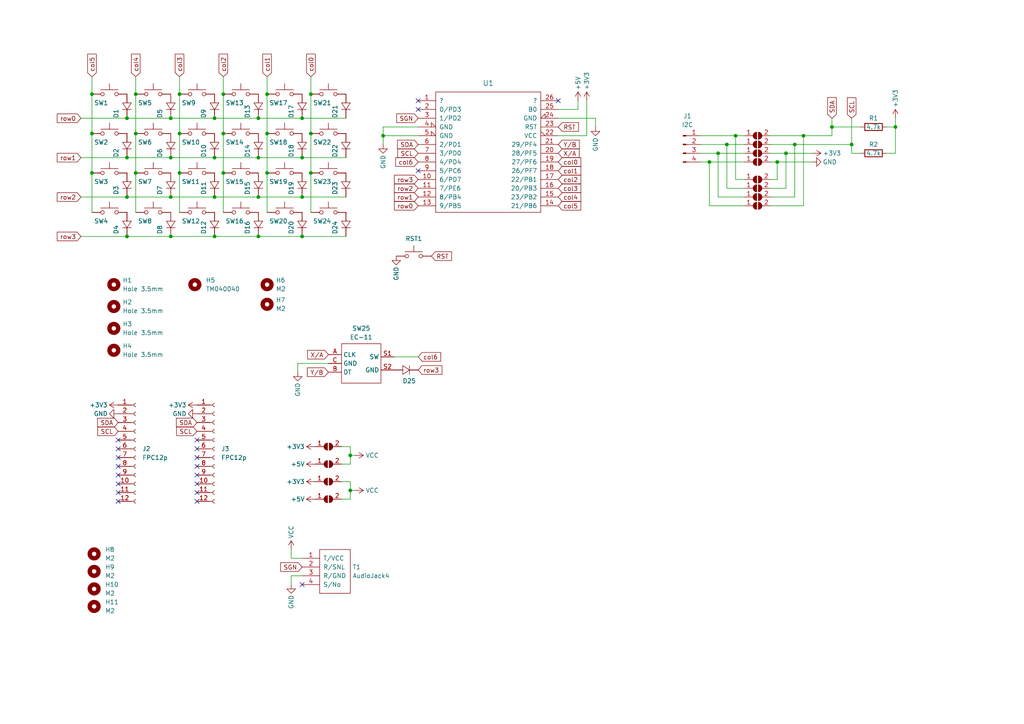
<source format=kicad_sch>
(kicad_sch (version 20230121) (generator eeschema)
  (paper "A4")
  (lib_symbols
    (symbol "Connector:Conn_01x04_Pin" (pin_names (offset 1.016) hide)
      (property "Reference" "J" (at 0 5.08 0))
      (property "Value" "Conn_01x04_Pin" (at 0 -7.62 0))
      (symbol "Conn_01x04_Pin_1_1"
        (polyline (pts (xy 1.27 -5.08) (xy 0.8636 -5.08)) (stroke (width 0.1524)))
        (polyline (pts (xy 1.27 -2.54) (xy 0.8636 -2.54)) (stroke (width 0.1524)))
        (polyline (pts (xy 1.27 0) (xy 0.8636 0)) (stroke (width 0.1524)))
        (polyline (pts (xy 1.27 2.54) (xy 0.8636 2.54)) (stroke (width 0.1524)))
        (rectangle (start 0.8636 -4.953) (end 0 -5.207) (stroke (width 0.1524)) (fill (type outline)))
        (rectangle (start 0.8636 -2.413) (end 0 -2.667) (stroke (width 0.1524)) (fill (type outline)))
        (rectangle (start 0.8636 0.127) (end 0 -0.127) (stroke (width 0.1524)) (fill (type outline)))
        (rectangle (start 0.8636 2.667) (end 0 2.413) (stroke (width 0.1524)) (fill (type outline)))
        (pin passive line (at 5.08 2.54 180) (length 3.81) (name "Pin_1") (number "1"))
        (pin passive line (at 5.08 0 180) (length 3.81) (name "Pin_2") (number "2"))
        (pin passive line (at 5.08 -2.54 180) (length 3.81) (name "Pin_3") (number "3"))
        (pin passive line (at 5.08 -5.08 180) (length 3.81) (name "Pin_4") (number "4"))
      )
    )
    (symbol "Connector:Conn_01x12_Socket" (pin_names (offset 1.016) hide)
      (property "Reference" "J" (at 0 15.24 0))
      (property "Value" "Conn_01x12_Socket" (at 0 -17.78 0))
      (symbol "Conn_01x12_Socket_1_1"
        (arc (start 0 -14.732) (mid -0.5058 -15.24) (end 0 -15.748) (stroke (width 0.1524)))
        (arc (start 0 -12.192) (mid -0.5058 -12.7) (end 0 -13.208) (stroke (width 0.1524)))
        (arc (start 0 -9.652) (mid -0.5058 -10.16) (end 0 -10.668) (stroke (width 0.1524)))
        (arc (start 0 -7.112) (mid -0.5058 -7.62) (end 0 -8.128) (stroke (width 0.1524)))
        (arc (start 0 -4.572) (mid -0.5058 -5.08) (end 0 -5.588) (stroke (width 0.1524)))
        (arc (start 0 -2.032) (mid -0.5058 -2.54) (end 0 -3.048) (stroke (width 0.1524)))
        (polyline (pts (xy -1.27 -15.24) (xy -0.508 -15.24)) (stroke (width 0.1524)))
        (polyline (pts (xy -1.27 -12.7) (xy -0.508 -12.7)) (stroke (width 0.1524)))
        (polyline (pts (xy -1.27 -10.16) (xy -0.508 -10.16)) (stroke (width 0.1524)))
        (polyline (pts (xy -1.27 -7.62) (xy -0.508 -7.62)) (stroke (width 0.1524)))
        (polyline (pts (xy -1.27 -5.08) (xy -0.508 -5.08)) (stroke (width 0.1524)))
        (polyline (pts (xy -1.27 -2.54) (xy -0.508 -2.54)) (stroke (width 0.1524)))
        (polyline (pts (xy -1.27 0) (xy -0.508 0)) (stroke (width 0.1524)))
        (polyline (pts (xy -1.27 2.54) (xy -0.508 2.54)) (stroke (width 0.1524)))
        (polyline (pts (xy -1.27 5.08) (xy -0.508 5.08)) (stroke (width 0.1524)))
        (polyline (pts (xy -1.27 7.62) (xy -0.508 7.62)) (stroke (width 0.1524)))
        (polyline (pts (xy -1.27 10.16) (xy -0.508 10.16)) (stroke (width 0.1524)))
        (polyline (pts (xy -1.27 12.7) (xy -0.508 12.7)) (stroke (width 0.1524)))
        (arc (start 0 0.508) (mid -0.5058 0) (end 0 -0.508) (stroke (width 0.1524)))
        (arc (start 0 3.048) (mid -0.5058 2.54) (end 0 2.032) (stroke (width 0.1524)))
        (arc (start 0 5.588) (mid -0.5058 5.08) (end 0 4.572) (stroke (width 0.1524)))
        (arc (start 0 8.128) (mid -0.5058 7.62) (end 0 7.112) (stroke (width 0.1524)))
        (arc (start 0 10.668) (mid -0.5058 10.16) (end 0 9.652) (stroke (width 0.1524)))
        (arc (start 0 13.208) (mid -0.5058 12.7) (end 0 12.192) (stroke (width 0.1524)))
        (pin passive line (at -5.08 12.7 0) (length 3.81) (name "Pin_1") (number "1"))
        (pin passive line (at -5.08 -10.16 0) (length 3.81) (name "Pin_10") (number "10"))
        (pin passive line (at -5.08 -12.7 0) (length 3.81) (name "Pin_11") (number "11"))
        (pin passive line (at -5.08 -15.24 0) (length 3.81) (name "Pin_12") (number "12"))
        (pin passive line (at -5.08 10.16 0) (length 3.81) (name "Pin_2") (number "2"))
        (pin passive line (at -5.08 7.62 0) (length 3.81) (name "Pin_3") (number "3"))
        (pin passive line (at -5.08 5.08 0) (length 3.81) (name "Pin_4") (number "4"))
        (pin passive line (at -5.08 2.54 0) (length 3.81) (name "Pin_5") (number "5"))
        (pin passive line (at -5.08 0 0) (length 3.81) (name "Pin_6") (number "6"))
        (pin passive line (at -5.08 -2.54 0) (length 3.81) (name "Pin_7") (number "7"))
        (pin passive line (at -5.08 -5.08 0) (length 3.81) (name "Pin_8") (number "8"))
        (pin passive line (at -5.08 -7.62 0) (length 3.81) (name "Pin_9") (number "9"))
      )
    )
    (symbol "Device:R" (pin_numbers hide) (pin_names (offset 0))
      (property "Reference" "R" (at 2.032 0 90))
      (property "Value" "R" (at 0 0 90))
      (symbol "R_0_1"
        (rectangle (start -1.016 -2.54) (end 1.016 2.54) (stroke (width 0.254)))
      )
      (symbol "R_1_1"
        (pin passive line (at 0 3.81 270) (length 1.27) (name "~") (number "1"))
        (pin passive line (at 0 -3.81 90) (length 1.27) (name "~") (number "2"))
      )
    )
    (symbol "DreaM117er_Library:DS_1N4148_SMD"
      (property "Reference" "D" (at 0 2.54 0))
      (property "Value" "1N4148_SMD" (at 0 -2.54 0))
      (symbol "DS_1N4148_SMD_0_1"
        (polyline (pts (xy -1.27 1.27) (xy -1.27 -1.27)))
        (polyline (pts (xy -1.27 0) (xy 0.635 1.27) (xy 0.635 -1.27) (xy -1.27 0)))
      )
      (symbol "DS_1N4148_SMD_1_1"
        (pin passive line (at -3.81 0 0) (length 2.54) (name "") (number "1"))
        (pin passive line (at 3.175 0 180) (length 2.54) (name "") (number "2"))
      )
    )
    (symbol "DreaM117er_Library:MCU_ProMicro_13p" (pin_names (offset 1.016))
      (property "Reference" "U1" (at 0 24.13 0))
      (symbol "MCU_ProMicro_13p_0_1"
        (rectangle (start -15.24 19.05) (end 15.24 -15.875))
      )
      (symbol "MCU_ProMicro_13p_1_1"
        (pin passive line (at -20.32 16.51 0) (length 5.08) (name "?") (number "1"))
        (pin passive line (at -20.32 -6.35 0) (length 5.08) (name "6/PD7") (number "10"))
        (pin passive line (at -20.32 -8.89 0) (length 5.08) (name "7/PE6") (number "11"))
        (pin passive line (at -20.32 -11.43 0) (length 5.08) (name "8/PB4") (number "12"))
        (pin passive line (at -20.32 -13.97 0) (length 5.08) (name "9/PB5") (number "13"))
        (pin passive line (at 20.32 -13.97 180) (length 5.08) (name "21/PB6") (number "14"))
        (pin passive line (at 20.32 -11.43 180) (length 5.08) (name "23/PB2") (number "15"))
        (pin passive line (at 20.32 -8.89 180) (length 5.08) (name "20/PB3") (number "16"))
        (pin passive line (at 20.32 -6.35 180) (length 5.08) (name "22/PB1") (number "17"))
        (pin passive line (at 20.32 -3.81 180) (length 5.08) (name "26/PF7") (number "18"))
        (pin passive line (at 20.32 -1.27 180) (length 5.08) (name "27/PF6") (number "19"))
        (pin passive line (at -20.32 13.97 0) (length 5.08) (name "0/PD3") (number "2"))
        (pin passive line (at 20.32 1.27 180) (length 5.08) (name "28/PF5") (number "20"))
        (pin passive line (at 20.32 3.81 180) (length 5.08) (name "29/PF4") (number "21"))
        (pin passive output_low (at 20.32 6.35 180) (length 5.08) (name "VCC") (number "22"))
        (pin passive line (at 20.32 8.89 180) (length 5.08) (name "RST") (number "23"))
        (pin passive input_low (at 20.32 11.43 180) (length 5.08) (name "GND") (number "24"))
        (pin passive line (at 20.32 13.97 180) (length 5.08) (name "B0") (number "25"))
        (pin passive line (at 20.32 16.51 180) (length 5.08) (name "?") (number "26"))
        (pin passive line (at -20.32 11.43 0) (length 5.08) (name "1/PD2") (number "3"))
        (pin passive input_low (at -20.32 8.89 0) (length 5.08) (name "GND") (number "4"))
        (pin passive input_low (at -20.32 6.35 0) (length 5.08) (name "GND") (number "5"))
        (pin passive line (at -20.32 3.81 0) (length 5.08) (name "2/PD1") (number "6"))
        (pin passive line (at -20.32 1.27 0) (length 5.08) (name "3/PD0") (number "7"))
        (pin passive line (at -20.32 -1.27 0) (length 5.08) (name "4/PD4") (number "8"))
        (pin passive line (at -20.32 -3.81 0) (length 5.08) (name "5/PC6") (number "9"))
      )
    )
    (symbol "DreaM117er_Library:RotaryEncoder_EC-11"
      (property "Reference" "RE" (at 0 10.16 0))
      (property "Value" "RotaryEncoder_EC-11" (at 0 7.62 0))
      (symbol "RotaryEncoder_EC-11_0_1"
        (rectangle (start -5.715 5.715) (end 5.715 -5.715))
      )
      (symbol "RotaryEncoder_EC-11_1_1"
        (pin input line (at -9.525 2.54 0) (length 3.81) (name "CLK") (number "A"))
        (pin input line (at -9.525 -2.54 0) (length 3.81) (name "DT") (number "B"))
        (pin input line (at -9.525 0 0) (length 3.81) (name "GND") (number "C"))
        (pin input line (at 9.525 1.905 180) (length 3.81) (name "SW") (number "S1"))
        (pin input line (at 9.525 -1.905 180) (length 3.81) (name "GND") (number "S2"))
      )
    )
    (symbol "DreaM117er_Library:TRRS" (pin_names (offset 1.016))
      (property "Reference" "T1" (at -3.81 17.78 0))
      (property "Value" "AudioJack4" (at -3.81 15.24 0))
      (symbol "TRRS_0_1"
        (rectangle (start -3.81 0) (end -3.81 12.7))
        (rectangle (start -3.81 12.7) (end 5.08 12.7))
        (rectangle (start 5.08 0) (end -3.81 0))
        (rectangle (start 5.08 12.7) (end 5.08 0))
      )
      (symbol "TRRS_1_1"
        (pin input line (at -8.89 10.16 0) (length 5.08) (name "T/VCC") (number "1"))
        (pin input line (at -8.89 7.62 0) (length 5.08) (name "R/SNL") (number "2"))
        (pin input line (at -8.89 5.08 0) (length 5.08) (name "R/GND") (number "3"))
        (pin input line (at -8.89 2.54 0) (length 5.08) (name "S/No") (number "4"))
      )
    )
    (symbol "Jumper:SolderJumper_2_Open" (pin_names (offset 0) hide)
      (property "Reference" "JP" (at 0 2.032 0))
      (property "Value" "SolderJumper_2_Open" (at 0 -2.54 0))
      (symbol "SolderJumper_2_Open_0_1"
        (arc (start -0.254 1.016) (mid -1.2656 0) (end -0.254 -1.016))
        (arc (start -0.254 1.016) (mid -1.2656 0) (end -0.254 -1.016) (fill (type outline)))
        (polyline (pts (xy -0.254 1.016) (xy -0.254 -1.016)))
        (polyline (pts (xy 0.254 1.016) (xy 0.254 -1.016)))
        (arc (start 0.254 -1.016) (mid 1.2656 0) (end 0.254 1.016))
        (arc (start 0.254 -1.016) (mid 1.2656 0) (end 0.254 1.016) (fill (type outline)))
      )
      (symbol "SolderJumper_2_Open_1_1"
        (pin passive line (at -3.81 0 0) (length 2.54) (name "A") (number "1"))
        (pin passive line (at 3.81 0 180) (length 2.54) (name "B") (number "2"))
      )
    )
    (symbol "Mechanical:MountingHole" (pin_names (offset 1.016))
      (property "Reference" "H" (at 0 5.08 0))
      (property "Value" "MountingHole" (at 0 3.175 0))
      (symbol "MountingHole_0_1"
        (circle (center 0 0) (radius 1.27) (stroke (width 1.27)))
      )
    )
    (symbol "Switch:SW_Push" (pin_numbers hide) (pin_names (offset 1.016) hide)
      (property "Reference" "SW" (at 1.27 2.54 0))
      (property "Value" "SW_Push" (at 0 -1.524 0))
      (symbol "SW_Push_0_1"
        (circle (center -2.032 0) (radius 0.508))
        (polyline (pts (xy 0 1.27) (xy 0 3.048)))
        (polyline (pts (xy 2.54 1.27) (xy -2.54 1.27)))
        (circle (center 2.032 0) (radius 0.508))
        (pin passive line (at -5.08 0 0) (length 2.54) (name "1") (number "1"))
        (pin passive line (at 5.08 0 180) (length 2.54) (name "2") (number "2"))
      )
    )
    (symbol "power:+3V3" (power) (pin_names (offset 0))
      (property "Value" "+3V3" (at 0 3.556 0))
      (symbol "+3V3_0_1"
        (polyline (pts (xy -0.762 1.27) (xy 0 2.54)))
        (polyline (pts (xy 0 0) (xy 0 2.54)))
        (polyline (pts (xy 0 2.54) (xy 0.762 1.27)))
      )
      (symbol "+3V3_1_1"
        (pin power_in line (at 0 0 90) (length 0) hide (name "+3V3") (number "1"))
      )
    )
    (symbol "power:+5V" (power) (pin_names (offset 0))
      (property "Value" "+5V" (at 0 3.556 0))
      (symbol "+5V_0_1"
        (polyline (pts (xy -0.762 1.27) (xy 0 2.54)))
        (polyline (pts (xy 0 0) (xy 0 2.54)))
        (polyline (pts (xy 0 2.54) (xy 0.762 1.27)))
      )
      (symbol "+5V_1_1"
        (pin power_in line (at 0 0 90) (length 0) hide (name "+5V") (number "1"))
      )
    )
    (symbol "power:GND" (power) (pin_names (offset 0))
      (property "Value" "GND" (at 0 -3.81 0))
      (symbol "GND_0_1"
        (polyline (pts (xy 0 0) (xy 0 -1.27) (xy 1.27 -1.27) (xy 0 -2.54) (xy -1.27 -1.27) (xy 0 -1.27)))
      )
      (symbol "GND_1_1"
        (pin power_in line (at 0 0 270) (length 0) hide (name "GND") (number "1"))
      )
    )
    (symbol "power:VCC" (power) (pin_names (offset 0))
      (property "Value" "VCC" (at 0 3.81 0))
      (symbol "VCC_0_1"
        (polyline (pts (xy -0.762 1.27) (xy 0 2.54)))
        (polyline (pts (xy 0 0) (xy 0 2.54)))
        (polyline (pts (xy 0 2.54) (xy 0.762 1.27)))
      )
      (symbol "VCC_1_1"
        (pin power_in line (at 0 0 90) (length 0) hide (name "VCC") (number "1"))
      )
    )
  )
  (junction (at 52.07 50.165))
  (junction (at 64.77 27.305))
  (junction (at 62.23 57.15))
  (junction (at 26.67 50.165))
  (junction (at 52.07 38.735))
  (junction (at 87.63 68.58))
  (junction (at 205.74 46.99))
  (junction (at 36.83 68.58))
  (junction (at 90.17 50.165))
  (junction (at 74.93 68.58))
  (junction (at 111.125 39.37))
  (junction (at 49.53 57.15))
  (junction (at 101.6 142.24))
  (junction (at 259.715 36.83))
  (junction (at 247.015 41.91))
  (junction (at 77.47 27.305))
  (junction (at 227.965 44.45))
  (junction (at 213.36 39.37))
  (junction (at 74.93 57.15))
  (junction (at 77.47 50.165))
  (junction (at 210.82 41.91))
  (junction (at 87.63 45.72))
  (junction (at 74.93 34.29))
  (junction (at 39.37 27.305))
  (junction (at 52.07 27.305))
  (junction (at 26.67 38.735))
  (junction (at 39.37 50.165))
  (junction (at 62.23 45.72))
  (junction (at 64.77 38.735))
  (junction (at 39.37 38.735))
  (junction (at 74.93 45.72))
  (junction (at 233.045 39.37))
  (junction (at 208.28 44.45))
  (junction (at 36.83 34.29))
  (junction (at 90.17 27.305))
  (junction (at 230.505 41.91))
  (junction (at 26.67 27.305))
  (junction (at 225.425 46.99))
  (junction (at 87.63 57.15))
  (junction (at 62.23 68.58))
  (junction (at 36.83 45.72))
  (junction (at 62.23 34.29))
  (junction (at 49.53 34.29))
  (junction (at 87.63 34.29))
  (junction (at 36.83 57.15))
  (junction (at 241.3 36.83))
  (junction (at 49.53 45.72))
  (junction (at 64.77 50.165))
  (junction (at 49.53 68.58))
  (junction (at 101.6 132.08))
  (junction (at 90.17 38.735))
  (junction (at 77.47 38.735))
  (no_connect (at 121.285 29.21))
  (no_connect (at 121.285 31.75))
  (no_connect (at 34.29 142.875))
  (no_connect (at 87.63 169.545))
  (no_connect (at 121.285 49.53))
  (no_connect (at 57.15 137.795))
  (no_connect (at 57.15 132.715))
  (no_connect (at 57.15 127.635))
  (no_connect (at 34.29 145.415))
  (no_connect (at 57.15 135.255))
  (no_connect (at 34.29 140.335))
  (no_connect (at 57.15 130.175))
  (no_connect (at 57.15 140.335))
  (no_connect (at 34.29 132.715))
  (no_connect (at 34.29 130.175))
  (no_connect (at 34.29 127.635))
  (no_connect (at 57.15 142.875))
  (no_connect (at 57.15 145.415))
  (no_connect (at 161.925 29.21))
  (no_connect (at 34.29 135.255))
  (no_connect (at 34.29 137.795))
  (wire (pts (xy 101.6 134.62) (xy 101.6 132.08)))
  (wire (pts (xy 87.63 161.925) (xy 84.455 161.925)))
  (wire (pts (xy 26.67 50.165) (xy 26.67 61.595)))
  (wire (pts (xy 230.505 41.91) (xy 247.015 41.91)))
  (wire (pts (xy 249.555 44.45) (xy 247.015 44.45)))
  (wire (pts (xy 213.36 52.07) (xy 213.36 39.37)))
  (wire (pts (xy 247.015 41.91) (xy 247.015 44.45)))
  (wire (pts (xy 49.53 45.72) (xy 62.23 45.72)))
  (wire (pts (xy 64.77 22.225) (xy 64.77 27.305)))
  (wire (pts (xy 84.455 167.005) (xy 87.63 167.005)))
  (wire (pts (xy 36.83 57.15) (xy 49.53 57.15)))
  (wire (pts (xy 23.495 68.58) (xy 36.83 68.58)))
  (wire (pts (xy 205.74 46.99) (xy 215.9 46.99)))
  (wire (pts (xy 247.015 34.29) (xy 247.015 41.91)))
  (wire (pts (xy 77.47 27.305) (xy 77.47 38.735)))
  (wire (pts (xy 223.52 52.07) (xy 225.425 52.07)))
  (wire (pts (xy 49.53 68.58) (xy 62.23 68.58)))
  (wire (pts (xy 52.07 38.735) (xy 52.07 50.165)))
  (wire (pts (xy 101.6 132.08) (xy 102.87 132.08)))
  (wire (pts (xy 223.52 59.69) (xy 233.045 59.69)))
  (wire (pts (xy 39.37 38.735) (xy 39.37 50.165)))
  (wire (pts (xy 87.63 45.72) (xy 100.33 45.72)))
  (wire (pts (xy 36.83 68.58) (xy 49.53 68.58)))
  (wire (pts (xy 64.77 27.305) (xy 64.77 38.735)))
  (wire (pts (xy 87.63 68.58) (xy 100.33 68.58)))
  (wire (pts (xy 99.06 139.7) (xy 101.6 139.7)))
  (wire (pts (xy 208.28 44.45) (xy 215.9 44.45)))
  (wire (pts (xy 101.6 144.78) (xy 101.6 142.24)))
  (wire (pts (xy 52.07 50.165) (xy 52.07 61.595)))
  (wire (pts (xy 87.63 57.15) (xy 100.33 57.15)))
  (wire (pts (xy 257.175 44.45) (xy 259.715 44.45)))
  (wire (pts (xy 121.285 103.505) (xy 114.3 103.505)))
  (wire (pts (xy 36.83 45.72) (xy 49.53 45.72)))
  (wire (pts (xy 227.965 54.61) (xy 227.965 44.45)))
  (wire (pts (xy 64.77 38.735) (xy 64.77 50.165)))
  (wire (pts (xy 74.93 45.72) (xy 87.63 45.72)))
  (wire (pts (xy 121.285 36.83) (xy 111.125 36.83)))
  (wire (pts (xy 62.23 57.15) (xy 74.93 57.15)))
  (wire (pts (xy 39.37 50.165) (xy 39.37 61.595)))
  (wire (pts (xy 225.425 52.07) (xy 225.425 46.99)))
  (wire (pts (xy 26.67 22.225) (xy 26.67 27.305)))
  (wire (pts (xy 215.9 57.15) (xy 208.28 57.15)))
  (wire (pts (xy 39.37 22.225) (xy 39.37 27.305)))
  (wire (pts (xy 215.9 54.61) (xy 210.82 54.61)))
  (wire (pts (xy 223.52 44.45) (xy 227.965 44.45)))
  (wire (pts (xy 223.52 57.15) (xy 230.505 57.15)))
  (wire (pts (xy 99.06 134.62) (xy 101.6 134.62)))
  (wire (pts (xy 223.52 39.37) (xy 233.045 39.37)))
  (wire (pts (xy 203.2 39.37) (xy 213.36 39.37)))
  (wire (pts (xy 233.045 59.69) (xy 233.045 39.37)))
  (wire (pts (xy 62.23 45.72) (xy 74.93 45.72)))
  (wire (pts (xy 49.53 57.15) (xy 62.23 57.15)))
  (wire (pts (xy 230.505 57.15) (xy 230.505 41.91)))
  (wire (pts (xy 167.64 31.75) (xy 161.925 31.75)))
  (wire (pts (xy 210.82 41.91) (xy 215.9 41.91)))
  (wire (pts (xy 84.455 161.925) (xy 84.455 159.385)))
  (wire (pts (xy 203.2 46.99) (xy 205.74 46.99)))
  (wire (pts (xy 259.715 36.83) (xy 257.175 36.83)))
  (wire (pts (xy 62.23 68.58) (xy 74.93 68.58)))
  (wire (pts (xy 208.28 57.15) (xy 208.28 44.45)))
  (wire (pts (xy 101.6 129.54) (xy 101.6 132.08)))
  (wire (pts (xy 241.3 39.37) (xy 241.3 36.83)))
  (wire (pts (xy 210.82 54.61) (xy 210.82 41.91)))
  (wire (pts (xy 205.74 59.69) (xy 205.74 46.99)))
  (wire (pts (xy 90.17 27.305) (xy 90.17 38.735)))
  (wire (pts (xy 223.52 54.61) (xy 227.965 54.61)))
  (wire (pts (xy 23.495 34.29) (xy 36.83 34.29)))
  (wire (pts (xy 111.125 41.91) (xy 111.125 39.37)))
  (wire (pts (xy 86.36 107.95) (xy 86.36 105.41)))
  (wire (pts (xy 36.83 34.29) (xy 49.53 34.29)))
  (wire (pts (xy 62.23 34.29) (xy 74.93 34.29)))
  (wire (pts (xy 170.18 39.37) (xy 170.18 29.21)))
  (wire (pts (xy 203.2 41.91) (xy 210.82 41.91)))
  (wire (pts (xy 249.555 36.83) (xy 241.3 36.83)))
  (wire (pts (xy 90.17 50.165) (xy 90.17 61.595)))
  (wire (pts (xy 26.67 38.735) (xy 26.67 50.165)))
  (wire (pts (xy 213.36 39.37) (xy 215.9 39.37)))
  (wire (pts (xy 101.6 142.24) (xy 102.87 142.24)))
  (wire (pts (xy 52.07 22.225) (xy 52.07 27.305)))
  (wire (pts (xy 172.72 36.83) (xy 172.72 34.29)))
  (wire (pts (xy 49.53 34.29) (xy 62.23 34.29)))
  (wire (pts (xy 23.495 57.15) (xy 36.83 57.15)))
  (wire (pts (xy 77.47 50.165) (xy 77.47 61.595)))
  (wire (pts (xy 52.07 27.305) (xy 52.07 38.735)))
  (wire (pts (xy 111.125 36.83) (xy 111.125 39.37)))
  (wire (pts (xy 111.125 39.37) (xy 121.285 39.37)))
  (wire (pts (xy 203.2 44.45) (xy 208.28 44.45)))
  (wire (pts (xy 227.965 44.45) (xy 235.585 44.45)))
  (wire (pts (xy 225.425 46.99) (xy 235.585 46.99)))
  (wire (pts (xy 161.925 39.37) (xy 170.18 39.37)))
  (wire (pts (xy 86.36 105.41) (xy 95.25 105.41)))
  (wire (pts (xy 90.17 38.735) (xy 90.17 50.165)))
  (wire (pts (xy 87.63 34.29) (xy 100.33 34.29)))
  (wire (pts (xy 259.715 34.29) (xy 259.715 36.83)))
  (wire (pts (xy 167.64 29.21) (xy 167.64 31.75)))
  (wire (pts (xy 39.37 27.305) (xy 39.37 38.735)))
  (wire (pts (xy 99.06 144.78) (xy 101.6 144.78)))
  (wire (pts (xy 77.47 22.225) (xy 77.47 27.305)))
  (wire (pts (xy 74.93 68.58) (xy 87.63 68.58)))
  (wire (pts (xy 223.52 46.99) (xy 225.425 46.99)))
  (wire (pts (xy 90.17 22.225) (xy 90.17 27.305)))
  (wire (pts (xy 77.47 38.735) (xy 77.47 50.165)))
  (wire (pts (xy 215.9 52.07) (xy 213.36 52.07)))
  (wire (pts (xy 259.715 44.45) (xy 259.715 36.83)))
  (wire (pts (xy 233.045 39.37) (xy 241.3 39.37)))
  (wire (pts (xy 64.77 50.165) (xy 64.77 61.595)))
  (wire (pts (xy 223.52 41.91) (xy 230.505 41.91)))
  (wire (pts (xy 74.93 34.29) (xy 87.63 34.29)))
  (wire (pts (xy 84.455 169.545) (xy 84.455 167.005)))
  (wire (pts (xy 101.6 139.7) (xy 101.6 142.24)))
  (wire (pts (xy 74.93 57.15) (xy 87.63 57.15)))
  (wire (pts (xy 215.9 59.69) (xy 205.74 59.69)))
  (wire (pts (xy 26.67 27.305) (xy 26.67 38.735)))
  (wire (pts (xy 99.06 129.54) (xy 101.6 129.54)))
  (wire (pts (xy 241.3 36.83) (xy 241.3 34.29)))
  (wire (pts (xy 23.495 45.72) (xy 36.83 45.72)))
  (wire (pts (xy 172.72 34.29) (xy 161.925 34.29)))
  (global_label "row1" (shape input) (at 23.495 45.72 180) (property "Intersheetrefs" "${INTERSHEET_REFS}" (effects hide)))
  (global_label "col1" (shape input) (at 77.47 22.225 90) (property "Intersheetrefs" "${INTERSHEET_REFS}" (effects hide)))
  (global_label "col2" (shape input) (at 161.925 52.07 0) (property "Intersheetrefs" "${INTERSHEET_REFS}" (effects hide)))
  (global_label "SDA" (shape input) (at 121.285 41.91 180) (property "Intersheetrefs" "${INTERSHEET_REFS}" (effects hide)))
  (global_label "SCL" (shape input) (at 34.29 125.095 180) (property "Intersheetrefs" "${INTERSHEET_REFS}" (effects hide)))
  (global_label "col6" (shape input) (at 121.285 46.99 180) (property "Intersheetrefs" "${INTERSHEET_REFS}" (effects hide)))
  (global_label "SCL" (shape input) (at 121.285 44.45 180) (property "Intersheetrefs" "${INTERSHEET_REFS}" (effects hide)))
  (global_label "Y{slash}B" (shape input) (at 95.25 107.95 180) (property "Intersheetrefs" "${INTERSHEET_REFS}" (effects hide)))
  (global_label "SDA" (shape input) (at 34.29 122.555 180) (property "Intersheetrefs" "${INTERSHEET_REFS}" (effects hide)))
  (global_label "col0" (shape input) (at 161.925 46.99 0) (property "Intersheetrefs" "${INTERSHEET_REFS}" (effects hide)))
  (global_label "col2" (shape input) (at 64.77 22.225 90) (property "Intersheetrefs" "${INTERSHEET_REFS}" (effects hide)))
  (global_label "SDA" (shape input) (at 57.15 122.555 180) (property "Intersheetrefs" "${INTERSHEET_REFS}" (effects hide)))
  (global_label "col5" (shape input) (at 26.67 22.225 90) (property "Intersheetrefs" "${INTERSHEET_REFS}" (effects hide)))
  (global_label "SDA" (shape input) (at 241.3 34.29 90) (property "Intersheetrefs" "${INTERSHEET_REFS}" (effects hide)))
  (global_label "col0" (shape input) (at 90.17 22.225 90) (property "Intersheetrefs" "${INTERSHEET_REFS}" (effects hide)))
  (global_label "row2" (shape input) (at 121.285 54.61 180) (property "Intersheetrefs" "${INTERSHEET_REFS}" (effects hide)))
  (global_label "SCL" (shape input) (at 57.15 125.095 180) (property "Intersheetrefs" "${INTERSHEET_REFS}" (effects hide)))
  (global_label "X{slash}A" (shape input) (at 95.25 102.87 180) (property "Intersheetrefs" "${INTERSHEET_REFS}" (effects hide)))
  (global_label "col4" (shape input) (at 39.37 22.225 90) (property "Intersheetrefs" "${INTERSHEET_REFS}" (effects hide)))
  (global_label "col1" (shape input) (at 161.925 49.53 0) (property "Intersheetrefs" "${INTERSHEET_REFS}" (effects hide)))
  (global_label "row2" (shape input) (at 23.495 57.15 180) (property "Intersheetrefs" "${INTERSHEET_REFS}" (effects hide)))
  (global_label "row0" (shape input) (at 23.495 34.29 180) (property "Intersheetrefs" "${INTERSHEET_REFS}" (effects hide)))
  (global_label "col5" (shape input) (at 161.925 59.69 0) (property "Intersheetrefs" "${INTERSHEET_REFS}" (effects hide)))
  (global_label "col3" (shape input) (at 52.07 22.225 90) (property "Intersheetrefs" "${INTERSHEET_REFS}" (effects hide)))
  (global_label "SGN" (shape input) (at 87.63 164.465 180) (property "Intersheetrefs" "${INTERSHEET_REFS}" (effects hide)))
  (global_label "row3" (shape input) (at 121.285 107.315 0) (property "Intersheetrefs" "${INTERSHEET_REFS}" (effects hide)))
  (global_label "col3" (shape input) (at 161.925 54.61 0) (property "Intersheetrefs" "${INTERSHEET_REFS}" (effects hide)))
  (global_label "RST" (shape input) (at 161.925 36.83 0) (property "Intersheetrefs" "${INTERSHEET_REFS}" (effects hide)))
  (global_label "row1" (shape input) (at 121.285 57.15 180) (property "Intersheetrefs" "${INTERSHEET_REFS}" (effects hide)))
  (global_label "X{slash}A" (shape input) (at 161.925 44.45 0) (property "Intersheetrefs" "${INTERSHEET_REFS}" (effects hide)))
  (global_label "col4" (shape input) (at 161.925 57.15 0) (property "Intersheetrefs" "${INTERSHEET_REFS}" (effects hide)))
  (global_label "SGN" (shape input) (at 121.285 34.29 180) (property "Intersheetrefs" "${INTERSHEET_REFS}" (effects hide)))
  (global_label "SCL" (shape input) (at 247.015 34.29 90) (property "Intersheetrefs" "${INTERSHEET_REFS}" (effects hide)))
  (global_label "row3" (shape input) (at 23.495 68.58 180) (property "Intersheetrefs" "${INTERSHEET_REFS}" (effects hide)))
  (global_label "col6" (shape input) (at 121.285 103.505 0) (property "Intersheetrefs" "${INTERSHEET_REFS}" (effects hide)))
  (global_label "RST" (shape input) (at 125.095 74.295 0) (property "Intersheetrefs" "${INTERSHEET_REFS}" (effects hide)))
  (global_label "row3" (shape input) (at 121.285 52.07 180) (property "Intersheetrefs" "${INTERSHEET_REFS}" (effects hide)))
  (global_label "row0" (shape input) (at 121.285 59.69 180) (property "Intersheetrefs" "${INTERSHEET_REFS}" (effects hide)))
  (global_label "Y{slash}B" (shape input) (at 161.925 41.91 0) (property "Intersheetrefs" "${INTERSHEET_REFS}" (effects hide)))
  (symbol (lib_id "Jumper:SolderJumper_2_Open") (at 219.71 59.69 0) (unit 1)
    (property "Reference" "JP12" (effects hide))
    (property "Value" "PWR1" (effects hide))
    (property "Footprint" "Jumper:SolderJumper-2_P1.3mm_Open_RoundedPad1.0x1.5mm" (effects hide))
  )
  (symbol (lib_id "Switch:SW_Push") (at 44.45 50.165 0) (unit 1)
    (property "Reference" "SW7" (at 40.005 52.705 0) (effects (justify left)))
    (property "Value" "SW_Push" (effects hide))
    (property "Footprint" "DreaM117er-keebLibrary:SW_Choc_GLP_KLP12_Hotswap_1.00u_dual" (effects hide))
  )
  (symbol (lib_id "power:+3V3") (at 34.29 117.475 90) (unit 1)
    (property "Reference" "#PWR017" (effects hide))
    (property "Value" "+3V3" (at 28.575 117.475 90))
  )
  (symbol (lib_id "power:+5V") (at 167.64 29.21 0) (unit 1)
    (property "Reference" "#PWR06" (effects hide))
    (property "Value" "+5V" (at 167.64 24.13 90))
  )
  (symbol (lib_id "Switch:SW_Push") (at 82.55 50.165 0) (unit 1)
    (property "Reference" "SW19" (at 78.105 52.705 0) (effects (justify left)))
    (property "Value" "SW_Push" (effects hide))
    (property "Footprint" "DreaM117er-keebLibrary:SW_Choc_GLP_KLP12_Hotswap_1.00u_dual" (effects hide))
  )
  (symbol (lib_id "DreaM117er_Library:DS_1N4148_SMD") (at 74.93 41.91 90) (unit 1)
    (property "Reference" "D14" (at 71.755 45.72 0) (effects (justify left)))
    (property "Value" "1N4148_SMD" (effects hide))
    (property "Footprint" "DreaM117er-keebLibrary:D_SOD-123_dual" (effects hide))
  )
  (symbol (lib_id "power:+3V3") (at 259.715 34.29 0) (unit 1)
    (property "Reference" "#PWR09" (effects hide))
    (property "Value" "+3V3" (at 259.715 28.575 90))
  )
  (symbol (lib_id "Switch:SW_Push") (at 69.85 38.735 0) (unit 1)
    (property "Reference" "SW14" (at 65.405 41.275 0) (effects (justify left)))
    (property "Value" "SW_Push" (effects hide))
    (property "Footprint" "DreaM117er-keebLibrary:SW_Choc_GLP_KLP12_Hotswap_1.00u_dual" (effects hide))
  )
  (symbol (lib_id "DreaM117er_Library:DS_1N4148_SMD") (at 62.23 53.34 90) (unit 1)
    (property "Reference" "D11" (at 59.055 56.515 0) (effects (justify left)))
    (property "Value" "1N4148_SMD" (effects hide))
    (property "Footprint" "DreaM117er-keebLibrary:D_SOD-123_dual" (effects hide))
  )
  (symbol (lib_id "Connector:Conn_01x12_Socket") (at 62.23 130.175 0) (unit 1)
    (property "Reference" "J3" (at 64.135 130.175 0) (effects (justify left)))
    (property "Value" "FPC12p" (at 64.135 132.715 0) (effects (justify left)))
    (property "Footprint" "DreaM117er-keebLibrary:Hirose_FH12-12S-0.5SH_1x12-1MP_P0.50mm_Horizontal" (effects hide))
  )
  (symbol (lib_id "DreaM117er_Library:DS_1N4148_SMD") (at 87.63 53.34 90) (unit 1)
    (property "Reference" "D19" (at 84.455 56.515 0) (effects (justify left)))
    (property "Value" "1N4148_SMD" (effects hide))
    (property "Footprint" "DreaM117er-keebLibrary:D_SOD-123_dual" (effects hide))
  )
  (symbol (lib_id "Mechanical:MountingHole") (at 33.02 95.25 0) (unit 1)
    (property "Reference" "H3" (at 35.56 93.98 0) (effects (justify left)))
    (property "Value" "Hole 3.5mm" (at 35.56 96.52 0) (effects (justify left)))
    (property "Footprint" "MountingHole:MountingHole_3.5mm" (effects hide))
  )
  (symbol (lib_id "Switch:SW_Push") (at 69.85 27.305 0) (unit 1)
    (property "Reference" "SW13" (at 65.405 29.845 0) (effects (justify left)))
    (property "Value" "SW_Push" (effects hide))
    (property "Footprint" "DreaM117er-keebLibrary:SW_Choc_GLP_KLP12_Hotswap_1.00u_dual" (effects hide))
  )
  (symbol (lib_id "Switch:SW_Push") (at 31.75 50.165 0) (unit 1)
    (property "Reference" "SW3" (at 27.305 52.705 0) (effects (justify left)))
    (property "Value" "SW_Push" (effects hide))
    (property "Footprint" "DreaM117er-keebLibrary:SW_Choc_GLP_KLP12_Hotswap_1.00u_dual" (effects hide))
  )
  (symbol (lib_id "Mechanical:MountingHole") (at 77.47 88.265 0) (unit 1)
    (property "Reference" "H7" (at 80.01 86.995 0) (effects (justify left)))
    (property "Value" "M2" (at 80.01 89.535 0) (effects (justify left)))
    (property "Footprint" "MountingHole:MountingHole_2.2mm_M2" (effects hide))
  )
  (symbol (lib_id "Jumper:SolderJumper_2_Open") (at 219.71 46.99 0) (unit 1)
    (property "Reference" "JP8" (effects hide))
    (property "Value" "PWR1" (effects hide))
    (property "Footprint" "Jumper:SolderJumper-2_P1.3mm_Open_RoundedPad1.0x1.5mm" (effects hide))
  )
  (symbol (lib_id "Switch:SW_Push") (at 95.25 50.165 0) (unit 1)
    (property "Reference" "SW23" (at 90.805 52.705 0) (effects (justify left)))
    (property "Value" "SW_Push" (effects hide))
    (property "Footprint" "DreaM117er-keebLibrary:SW_Choc_GLP_KLP12_Hotswap_1.00u_dual" (effects hide))
  )
  (symbol (lib_id "power:VCC") (at 102.87 132.08 270) (mirror x) (unit 1)
    (property "Reference" "#PWR011" (effects hide))
    (property "Value" "VCC" (at 107.95 132.08 90))
  )
  (symbol (lib_id "DreaM117er_Library:DS_1N4148_SMD") (at 87.63 30.48 90) (unit 1)
    (property "Reference" "D17" (at 84.455 34.29 0) (effects (justify left)))
    (property "Value" "1N4148_SMD" (effects hide))
    (property "Footprint" "DreaM117er-keebLibrary:D_SOD-123_dual" (effects hide))
  )
  (symbol (lib_id "DreaM117er_Library:DS_1N4148_SMD") (at 62.23 64.77 90) (unit 1)
    (property "Reference" "D12" (at 59.055 67.945 0) (effects (justify left)))
    (property "Value" "1N4148_SMD" (effects hide))
    (property "Footprint" "DreaM117er-keebLibrary:D_SOD-123_dual" (effects hide))
  )
  (symbol (lib_id "Switch:SW_Push") (at 82.55 38.735 0) (unit 1)
    (property "Reference" "SW18" (at 78.105 41.275 0) (effects (justify left)))
    (property "Value" "SW_Push" (effects hide))
    (property "Footprint" "DreaM117er-keebLibrary:SW_Choc_GLP_KLP12_Hotswap_1.00u_dual" (effects hide))
  )
  (symbol (lib_id "Connector:Conn_01x04_Pin") (at 198.12 41.91 0) (unit 1)
    (property "Reference" "J1" (at 199.39 33.655 0))
    (property "Value" "I2C" (at 199.39 36.195 0))
    (property "Footprint" "DreaM117er-keebLibrary:PinHeader_1x04_P2.54mm_Vertical" (effects hide))
  )
  (symbol (lib_id "Switch:SW_Push") (at 57.15 50.165 0) (unit 1)
    (property "Reference" "SW11" (at 52.705 52.705 0) (effects (justify left)))
    (property "Value" "SW_Push" (effects hide))
    (property "Footprint" "DreaM117er-keebLibrary:SW_Choc_GLP_KLP12_Hotswap_1.00u_dual" (effects hide))
  )
  (symbol (lib_id "Jumper:SolderJumper_2_Open") (at 95.25 139.7 0) (unit 1)
    (property "Reference" "JP3" (effects hide))
    (property "Value" "PWR1" (effects hide))
    (property "Footprint" "Jumper:SolderJumper-2_P1.3mm_Open_Pad1.0x1.5mm" (effects hide))
  )
  (symbol (lib_id "Switch:SW_Push") (at 57.15 38.735 0) (unit 1)
    (property "Reference" "SW10" (at 52.705 41.275 0) (effects (justify left)))
    (property "Value" "SW_Push" (effects hide))
    (property "Footprint" "DreaM117er-keebLibrary:SW_Choc_GLP_KLP12_Hotswap_1.00u_dual" (effects hide))
  )
  (symbol (lib_id "Jumper:SolderJumper_2_Open") (at 219.71 41.91 0) (unit 1)
    (property "Reference" "JP6" (effects hide))
    (property "Value" "PWR1" (effects hide))
    (property "Footprint" "Jumper:SolderJumper-2_P1.3mm_Open_RoundedPad1.0x1.5mm" (effects hide))
  )
  (symbol (lib_id "Switch:SW_Push") (at 69.85 50.165 0) (unit 1)
    (property "Reference" "SW15" (at 65.405 52.705 0) (effects (justify left)))
    (property "Value" "SW_Push" (effects hide))
    (property "Footprint" "DreaM117er-keebLibrary:SW_Choc_GLP_KLP12_Hotswap_1.00u_dual" (effects hide))
  )
  (symbol (lib_id "power:GND") (at 34.29 120.015 270) (unit 1)
    (property "Reference" "#PWR018" (effects hide))
    (property "Value" "GND" (at 29.21 120.015 90))
  )
  (symbol (lib_id "DreaM117er_Library:DS_1N4148_SMD") (at 100.33 64.77 90) (unit 1)
    (property "Reference" "D24" (at 97.155 67.945 0) (effects (justify left)))
    (property "Value" "1N4148_SMD" (effects hide))
    (property "Footprint" "DreaM117er-keebLibrary:D_SOD-123_dual" (effects hide))
  )
  (symbol (lib_id "DreaM117er_Library:RotaryEncoder_EC-11") (at 104.775 105.41 0) (unit 1)
    (property "Reference" "SW25" (at 104.775 95.25 0))
    (property "Value" "EC-11" (at 104.775 97.79 0))
    (property "Footprint" "DreaM117er-keebLibrary:RotaryEncoder_EC11" (effects hide))
  )
  (symbol (lib_id "Switch:SW_Push") (at 95.25 38.735 0) (unit 1)
    (property "Reference" "SW22" (at 90.805 41.275 0) (effects (justify left)))
    (property "Value" "SW_Push" (effects hide))
    (property "Footprint" "DreaM117er-keebLibrary:SW_Choc_GLP_KLP12_Hotswap_1.00u_dual" (effects hide))
  )
  (symbol (lib_id "DreaM117er_Library:DS_1N4148_SMD") (at 49.53 41.91 90) (unit 1)
    (property "Reference" "D6" (at 46.355 45.72 0) (effects (justify left)))
    (property "Value" "1N4148_SMD" (effects hide))
    (property "Footprint" "DreaM117er-keebLibrary:D_SOD-123_dual" (effects hide))
  )
  (symbol (lib_id "Switch:SW_Push") (at 82.55 61.595 0) (unit 1)
    (property "Reference" "SW20" (at 78.105 64.135 0) (effects (justify left)))
    (property "Value" "SW_Push" (effects hide))
    (property "Footprint" "DreaM117er-keebLibrary:SW_Choc_GLP_KLP12_Hotswap_1.00u_dual" (effects hide))
  )
  (symbol (lib_id "Switch:SW_Push") (at 44.45 27.305 0) (unit 1)
    (property "Reference" "SW5" (at 40.005 29.845 0) (effects (justify left)))
    (property "Value" "SW_Push" (effects hide))
    (property "Footprint" "DreaM117er-keebLibrary:SW_Choc_GLP_KLP12_Hotswap_1.00u_dual" (effects hide))
  )
  (symbol (lib_id "Mechanical:MountingHole") (at 27.305 175.895 0) (unit 1)
    (property "Reference" "H11" (at 30.48 174.625 0) (effects (justify left)))
    (property "Value" "M2" (at 30.48 177.165 0) (effects (justify left)))
    (property "Footprint" "MountingHole:MountingHole_2.2mm_M2" (effects hide))
  )
  (symbol (lib_id "power:GND") (at 172.72 36.83 0) (unit 1)
    (property "Reference" "#PWR03" (effects hide))
    (property "Value" "GND" (at 172.72 41.91 90))
  )
  (symbol (lib_id "DreaM117er_Library:DS_1N4148_SMD") (at 49.53 53.34 90) (unit 1)
    (property "Reference" "D7" (at 46.355 56.515 0) (effects (justify left)))
    (property "Value" "1N4148_SMD" (effects hide))
    (property "Footprint" "DreaM117er-keebLibrary:D_SOD-123_dual" (effects hide))
  )
  (symbol (lib_id "Connector:Conn_01x12_Socket") (at 39.37 130.175 0) (unit 1)
    (property "Reference" "J2" (at 41.275 130.175 0) (effects (justify left)))
    (property "Value" "FPC12p" (at 41.275 132.715 0) (effects (justify left)))
    (property "Footprint" "DreaM117er-keebLibrary:Hirose_FH12-12S-0.5SH_1x12-1MP_P0.50mm_Horizontal" (effects hide))
  )
  (symbol (lib_id "Switch:SW_Push") (at 44.45 61.595 0) (unit 1)
    (property "Reference" "SW8" (at 40.005 64.135 0) (effects (justify left)))
    (property "Value" "SW_Push" (effects hide))
    (property "Footprint" "DreaM117er-keebLibrary:SW_Choc_GLP_KLP12_Hotswap_1.00u_dual" (effects hide))
  )
  (symbol (lib_id "Switch:SW_Push") (at 57.15 27.305 0) (unit 1)
    (property "Reference" "SW9" (at 52.705 29.845 0) (effects (justify left)))
    (property "Value" "SW_Push" (effects hide))
    (property "Footprint" "DreaM117er-keebLibrary:SW_Choc_GLP_KLP12_Hotswap_1.00u_dual" (effects hide))
  )
  (symbol (lib_id "power:VCC") (at 84.455 159.385 0) (mirror y) (unit 1)
    (property "Reference" "#PWR015" (effects hide))
    (property "Value" "VCC" (at 84.455 154.305 90))
  )
  (symbol (lib_id "power:+3V3") (at 235.585 44.45 270) (unit 1)
    (property "Reference" "#PWR022" (effects hide))
    (property "Value" "+3V3" (at 241.3 44.45 90))
  )
  (symbol (lib_id "DreaM117er_Library:DS_1N4148_SMD") (at 74.93 30.48 90) (unit 1)
    (property "Reference" "D13" (at 71.755 34.29 0) (effects (justify left)))
    (property "Value" "1N4148_SMD" (effects hide))
    (property "Footprint" "DreaM117er-keebLibrary:D_SOD-123_dual" (effects hide))
  )
  (symbol (lib_id "power:GND") (at 86.36 107.95 0) (unit 1)
    (property "Reference" "#PWR01" (effects hide))
    (property "Value" "GND" (at 86.36 113.03 90))
  )
  (symbol (lib_id "Mechanical:MountingHole") (at 33.02 101.6 0) (unit 1)
    (property "Reference" "H4" (at 35.56 100.33 0) (effects (justify left)))
    (property "Value" "Hole 3.5mm" (at 35.56 102.87 0) (effects (justify left)))
    (property "Footprint" "MountingHole:MountingHole_3.5mm" (effects hide))
  )
  (symbol (lib_id "DreaM117er_Library:DS_1N4148_SMD") (at 100.33 41.91 90) (unit 1)
    (property "Reference" "D22" (at 97.155 45.72 0) (effects (justify left)))
    (property "Value" "1N4148_SMD" (effects hide))
    (property "Footprint" "DreaM117er-keebLibrary:D_SOD-123_dual" (effects hide))
  )
  (symbol (lib_id "Jumper:SolderJumper_2_Open") (at 219.71 52.07 0) (unit 1)
    (property "Reference" "JP9" (effects hide))
    (property "Value" "PWR1" (effects hide))
    (property "Footprint" "Jumper:SolderJumper-2_P1.3mm_Open_RoundedPad1.0x1.5mm" (effects hide))
  )
  (symbol (lib_id "Jumper:SolderJumper_2_Open") (at 219.71 39.37 0) (unit 1)
    (property "Reference" "JP5" (effects hide))
    (property "Value" "PWR1" (effects hide))
    (property "Footprint" "Jumper:SolderJumper-2_P1.3mm_Open_RoundedPad1.0x1.5mm" (effects hide))
  )
  (symbol (lib_id "DreaM117er_Library:DS_1N4148_SMD") (at 100.33 30.48 90) (unit 1)
    (property "Reference" "D21" (at 97.155 34.29 0) (effects (justify left)))
    (property "Value" "1N4148_SMD" (effects hide))
    (property "Footprint" "DreaM117er-keebLibrary:D_SOD-123_dual" (effects hide))
  )
  (symbol (lib_id "DreaM117er_Library:MCU_ProMicro_13p") (at 141.605 45.72 0) (unit 1)
    (property "Reference" "U1" (at 141.605 24.13 0) (effects (font (size 1.524 1.524))))
    (property "Value" "MCU_ProMicro_13p" (effects hide))
    (property "Footprint" "DreaM117er-keebLibrary:MCU_ProMicro_13p_dual" (effects hide))
  )
  (symbol (lib_id "DreaM117er_Library:DS_1N4148_SMD") (at 36.83 30.48 90) (unit 1)
    (property "Reference" "D1" (at 33.655 34.29 0) (effects (justify left)))
    (property "Value" "1N4148_SMD" (effects hide))
    (property "Footprint" "DreaM117er-keebLibrary:D_SOD-123_dual" (effects hide))
  )
  (symbol (lib_id "DreaM117er_Library:DS_1N4148_SMD") (at 74.93 64.77 90) (unit 1)
    (property "Reference" "D16" (at 71.755 67.945 0) (effects (justify left)))
    (property "Value" "1N4148_SMD" (effects hide))
    (property "Footprint" "DreaM117er-keebLibrary:D_SOD-123_dual" (effects hide))
  )
  (symbol (lib_id "Jumper:SolderJumper_2_Open") (at 219.71 54.61 0) (unit 1)
    (property "Reference" "JP10" (effects hide))
    (property "Value" "PWR1" (effects hide))
    (property "Footprint" "Jumper:SolderJumper-2_P1.3mm_Open_RoundedPad1.0x1.5mm" (effects hide))
  )
  (symbol (lib_id "Jumper:SolderJumper_2_Open") (at 95.25 129.54 0) (unit 1)
    (property "Reference" "JP1" (effects hide))
    (property "Value" "PWR1" (effects hide))
    (property "Footprint" "Jumper:SolderJumper-2_P1.3mm_Open_Pad1.0x1.5mm" (effects hide))
  )
  (symbol (lib_id "power:GND") (at 84.455 169.545 0) (unit 1)
    (property "Reference" "#PWR04" (effects hide))
    (property "Value" "GND" (at 84.455 174.625 90))
  )
  (symbol (lib_id "Switch:SW_Push") (at 31.75 61.595 0) (unit 1)
    (property "Reference" "SW4" (at 27.305 64.135 0) (effects (justify left)))
    (property "Value" "SW_Push" (effects hide))
    (property "Footprint" "DreaM117er-keebLibrary:SW_Choc_GLP_KLP12_Hotswap_1.00u_dual" (effects hide))
  )
  (symbol (lib_id "DreaM117er_Library:DS_1N4148_SMD") (at 74.93 53.34 90) (unit 1)
    (property "Reference" "D15" (at 71.755 56.515 0) (effects (justify left)))
    (property "Value" "1N4148_SMD" (effects hide))
    (property "Footprint" "DreaM117er-keebLibrary:D_SOD-123_dual" (effects hide))
  )
  (symbol (lib_id "Switch:SW_Push") (at 69.85 61.595 0) (unit 1)
    (property "Reference" "SW16" (at 65.405 64.135 0) (effects (justify left)))
    (property "Value" "SW_Push" (effects hide))
    (property "Footprint" "DreaM117er-keebLibrary:SW_Choc_GLP_KLP12_Hotswap_1.00u_dual" (effects hide))
  )
  (symbol (lib_id "DreaM117er_Library:DS_1N4148_SMD") (at 36.83 41.91 90) (unit 1)
    (property "Reference" "D2" (at 33.655 45.72 0) (effects (justify left)))
    (property "Value" "1N4148_SMD" (effects hide))
    (property "Footprint" "DreaM117er-keebLibrary:D_SOD-123_dual" (effects hide))
  )
  (symbol (lib_id "power:+3V3") (at 91.44 139.7 90) (unit 1)
    (property "Reference" "#PWR012" (effects hide))
    (property "Value" "+3V3" (at 85.725 139.7 90))
  )
  (symbol (lib_id "Switch:SW_Push") (at 82.55 27.305 0) (unit 1)
    (property "Reference" "SW17" (at 78.105 29.845 0) (effects (justify left)))
    (property "Value" "SW_Push" (effects hide))
    (property "Footprint" "DreaM117er-keebLibrary:SW_Choc_GLP_KLP12_Hotswap_1.00u_dual" (effects hide))
  )
  (symbol (lib_id "Mechanical:MountingHole") (at 77.47 82.55 0) (unit 1)
    (property "Reference" "H6" (at 80.01 81.28 0) (effects (justify left)))
    (property "Value" "M2" (at 80.01 83.82 0) (effects (justify left)))
    (property "Footprint" "MountingHole:MountingHole_2.2mm_M2" (effects hide))
  )
  (symbol (lib_id "Mechanical:MountingHole") (at 33.02 82.55 0) (unit 1)
    (property "Reference" "H1" (at 35.56 81.28 0) (effects (justify left)))
    (property "Value" "Hole 3.5mm" (at 35.56 83.82 0) (effects (justify left)))
    (property "Footprint" "MountingHole:MountingHole_3.5mm" (effects hide))
  )
  (symbol (lib_id "DreaM117er_Library:DS_1N4148_SMD") (at 49.53 30.48 90) (unit 1)
    (property "Reference" "D5" (at 46.355 34.29 0) (effects (justify left)))
    (property "Value" "1N4148_SMD" (effects hide))
    (property "Footprint" "DreaM117er-keebLibrary:D_SOD-123_dual" (effects hide))
  )
  (symbol (lib_id "Jumper:SolderJumper_2_Open") (at 95.25 144.78 0) (unit 1)
    (property "Reference" "JP4" (effects hide))
    (property "Value" "PWR1" (effects hide))
    (property "Footprint" "Jumper:SolderJumper-2_P1.3mm_Open_Pad1.0x1.5mm" (effects hide))
  )
  (symbol (lib_id "Mechanical:MountingHole") (at 56.515 82.55 0) (unit 1)
    (property "Reference" "H5" (at 59.69 81.28 0) (effects (justify left)))
    (property "Value" "TM040040" (at 59.69 83.82 0) (effects (justify left)))
    (property "Footprint" "DreaM117er-keebLibrary:Trackpad_Cirque_TM040040" (effects hide))
  )
  (symbol (lib_id "power:GND") (at 114.935 74.295 0) (unit 1)
    (property "Reference" "#PWR05" (effects hide))
    (property "Value" "GND" (at 114.935 79.375 90))
  )
  (symbol (lib_id "power:+5V") (at 91.44 134.62 90) (unit 1)
    (property "Reference" "#PWR08" (effects hide))
    (property "Value" "+5V" (at 86.36 134.62 90))
  )
  (symbol (lib_id "Mechanical:MountingHole") (at 27.305 165.735 0) (unit 1)
    (property "Reference" "H9" (at 30.48 164.465 0) (effects (justify left)))
    (property "Value" "M2" (at 30.48 167.005 0) (effects (justify left)))
    (property "Footprint" "MountingHole:MountingHole_2.2mm_M2" (effects hide))
  )
  (symbol (lib_id "Switch:SW_Push") (at 95.25 27.305 0) (unit 1)
    (property "Reference" "SW21" (at 90.805 29.845 0) (effects (justify left)))
    (property "Value" "SW_Push" (effects hide))
    (property "Footprint" "DreaM117er-keebLibrary:SW_Choc_GLP_KLP12_Hotswap_1.00u_dual" (effects hide))
  )
  (symbol (lib_id "DreaM117er_Library:DS_1N4148_SMD") (at 117.475 107.315 180) (unit 1)
    (property "Reference" "D25" (at 120.65 110.49 0) (effects (justify left)))
    (property "Value" "1N4148_SMD" (effects hide))
    (property "Footprint" "DreaM117er-keebLibrary:D_SOD-123_dual" (effects hide))
  )
  (symbol (lib_id "Switch:SW_Push") (at 31.75 38.735 0) (unit 1)
    (property "Reference" "SW2" (at 27.305 41.275 0) (effects (justify left)))
    (property "Value" "SW_Push" (effects hide))
    (property "Footprint" "DreaM117er-keebLibrary:SW_Choc_GLP_KLP12_Hotswap_1.00u_dual" (effects hide))
  )
  (symbol (lib_id "DreaM117er_Library:DS_1N4148_SMD") (at 36.83 64.77 90) (unit 1)
    (property "Reference" "D4" (at 33.655 67.945 0) (effects (justify left)))
    (property "Value" "1N4148_SMD" (effects hide))
    (property "Footprint" "DreaM117er-keebLibrary:D_SOD-123_dual" (effects hide))
  )
  (symbol (lib_id "Device:R") (at 253.365 44.45 270) (unit 1)
    (property "Reference" "R2" (at 253.365 41.91 90))
    (property "Value" "4.7k" (at 253.365 44.45 90))
    (property "Footprint" "Resistor_THT:R_Axial_DIN0204_L3.6mm_D1.6mm_P7.62mm_Horizontal" (effects hide))
  )
  (symbol (lib_id "Mechanical:MountingHole") (at 33.02 88.9 0) (unit 1)
    (property "Reference" "H2" (at 35.56 87.63 0) (effects (justify left)))
    (property "Value" "Hole 3.5mm" (at 35.56 90.17 0) (effects (justify left)))
    (property "Footprint" "MountingHole:MountingHole_3.5mm" (effects hide))
  )
  (symbol (lib_id "power:+3V3") (at 170.18 29.21 0) (unit 1)
    (property "Reference" "#PWR07" (effects hide))
    (property "Value" "+3V3" (at 170.18 23.495 90))
  )
  (symbol (lib_id "DreaM117er_Library:DS_1N4148_SMD") (at 100.33 53.34 90) (unit 1)
    (property "Reference" "D23" (at 97.155 56.515 0) (effects (justify left)))
    (property "Value" "1N4148_SMD" (effects hide))
    (property "Footprint" "DreaM117er-keebLibrary:D_SOD-123_dual" (effects hide))
  )
  (symbol (lib_id "DreaM117er_Library:DS_1N4148_SMD") (at 87.63 64.77 90) (unit 1)
    (property "Reference" "D20" (at 84.455 67.945 0) (effects (justify left)))
    (property "Value" "1N4148_SMD" (effects hide))
    (property "Footprint" "DreaM117er-keebLibrary:D_SOD-123_dual" (effects hide))
  )
  (symbol (lib_id "Device:R") (at 253.365 36.83 270) (unit 1)
    (property "Reference" "R1" (at 253.365 34.29 90))
    (property "Value" "4.7k" (at 253.365 36.83 90))
    (property "Footprint" "Resistor_THT:R_Axial_DIN0204_L3.6mm_D1.6mm_P7.62mm_Horizontal" (effects hide))
  )
  (symbol (lib_id "Switch:SW_Push") (at 31.75 27.305 0) (unit 1)
    (property "Reference" "SW1" (at 27.305 29.845 0) (effects (justify left)))
    (property "Value" "SW_Push" (effects hide))
    (property "Footprint" "DreaM117er-keebLibrary:SW_Choc_GLP_KLP12_Hotswap_1.00u_dual" (effects hide))
  )
  (symbol (lib_id "Switch:SW_Push") (at 95.25 61.595 0) (unit 1)
    (property "Reference" "SW24" (at 90.805 64.135 0) (effects (justify left)))
    (property "Value" "SW_Push" (effects hide))
    (property "Footprint" "DreaM117er-keebLibrary:SW_Choc_GLP_KLP12_Hotswap_1.00u_dual" (effects hide))
  )
  (symbol (lib_id "DreaM117er_Library:DS_1N4148_SMD") (at 49.53 64.77 90) (unit 1)
    (property "Reference" "D8" (at 46.355 67.945 0) (effects (justify left)))
    (property "Value" "1N4148_SMD" (effects hide))
    (property "Footprint" "DreaM117er-keebLibrary:D_SOD-123_dual" (effects hide))
  )
  (symbol (lib_id "DreaM117er_Library:DS_1N4148_SMD") (at 62.23 30.48 90) (unit 1)
    (property "Reference" "D9" (at 59.055 34.29 0) (effects (justify left)))
    (property "Value" "1N4148_SMD" (effects hide))
    (property "Footprint" "DreaM117er-keebLibrary:D_SOD-123_dual" (effects hide))
  )
  (symbol (lib_id "power:+5V") (at 91.44 144.78 90) (unit 1)
    (property "Reference" "#PWR013" (effects hide))
    (property "Value" "+5V" (at 86.36 144.78 90))
  )
  (symbol (lib_id "Jumper:SolderJumper_2_Open") (at 95.25 134.62 0) (unit 1)
    (property "Reference" "JP2" (effects hide))
    (property "Value" "PWR1" (effects hide))
    (property "Footprint" "Jumper:SolderJumper-2_P1.3mm_Open_Pad1.0x1.5mm" (effects hide))
  )
  (symbol (lib_id "DreaM117er_Library:DS_1N4148_SMD") (at 62.23 41.91 90) (unit 1)
    (property "Reference" "D10" (at 59.055 45.72 0) (effects (justify left)))
    (property "Value" "1N4148_SMD" (effects hide))
    (property "Footprint" "DreaM117er-keebLibrary:D_SOD-123_dual" (effects hide))
  )
  (symbol (lib_id "Switch:SW_Push") (at 44.45 38.735 0) (unit 1)
    (property "Reference" "SW6" (at 40.005 41.275 0) (effects (justify left)))
    (property "Value" "SW_Push" (effects hide))
    (property "Footprint" "DreaM117er-keebLibrary:SW_Choc_GLP_KLP12_Hotswap_1.00u_dual" (effects hide))
  )
  (symbol (lib_id "power:+3V3") (at 91.44 129.54 90) (unit 1)
    (property "Reference" "#PWR010" (effects hide))
    (property "Value" "+3V3" (at 85.725 129.54 90))
  )
  (symbol (lib_id "Mechanical:MountingHole") (at 27.305 160.655 0) (unit 1)
    (property "Reference" "H8" (at 30.48 159.385 0) (effects (justify left)))
    (property "Value" "M2" (at 30.48 161.925 0) (effects (justify left)))
    (property "Footprint" "MountingHole:MountingHole_2.2mm_M2" (effects hide))
  )
  (symbol (lib_id "Jumper:SolderJumper_2_Open") (at 219.71 44.45 0) (unit 1)
    (property "Reference" "JP7" (effects hide))
    (property "Value" "PWR1" (effects hide))
    (property "Footprint" "Jumper:SolderJumper-2_P1.3mm_Open_RoundedPad1.0x1.5mm" (effects hide))
  )
  (symbol (lib_id "DreaM117er_Library:DS_1N4148_SMD") (at 87.63 41.91 90) (unit 1)
    (property "Reference" "D18" (at 84.455 45.72 0) (effects (justify left)))
    (property "Value" "1N4148_SMD" (effects hide))
    (property "Footprint" "DreaM117er-keebLibrary:D_SOD-123_dual" (effects hide))
  )
  (symbol (lib_id "Mechanical:MountingHole") (at 27.305 170.815 0) (unit 1)
    (property "Reference" "H10" (at 30.48 169.545 0) (effects (justify left)))
    (property "Value" "M2" (at 30.48 172.085 0) (effects (justify left)))
    (property "Footprint" "MountingHole:MountingHole_2.2mm_M2" (effects hide))
  )
  (symbol (lib_id "power:GND") (at 235.585 46.99 90) (unit 1)
    (property "Reference" "#PWR021" (effects hide))
    (property "Value" "GND" (at 240.665 46.99 90))
  )
  (symbol (lib_id "power:+3V3") (at 57.15 117.475 90) (unit 1)
    (property "Reference" "#PWR019" (effects hide))
    (property "Value" "+3V3" (at 51.435 117.475 90))
  )
  (symbol (lib_id "power:GND") (at 111.125 41.91 0) (unit 1)
    (property "Reference" "#PWR02" (effects hide))
    (property "Value" "GND" (at 111.125 46.99 90))
  )
  (symbol (lib_id "Jumper:SolderJumper_2_Open") (at 219.71 57.15 0) (unit 1)
    (property "Reference" "JP11" (effects hide))
    (property "Value" "PWR1" (effects hide))
    (property "Footprint" "Jumper:SolderJumper-2_P1.3mm_Open_RoundedPad1.0x1.5mm" (effects hide))
  )
  (symbol (lib_id "Switch:SW_Push") (at 120.015 74.295 0) (unit 1)
    (property "Reference" "RST1" (at 120.015 69.215 0))
    (property "Value" "SW_Push" (effects hide))
    (property "Footprint" "DreaM117er-keebLibrary:ResetSW_1side" (effects hide))
  )
  (symbol (lib_id "Switch:SW_Push") (at 57.15 61.595 0) (unit 1)
    (property "Reference" "SW12" (at 52.705 64.135 0) (effects (justify left)))
    (property "Value" "SW_Push" (effects hide))
    (property "Footprint" "DreaM117er-keebLibrary:SW_Choc_GLP_KLP12_Hotswap_1.00u_dual" (effects hide))
  )
  (symbol (lib_id "DreaM117er_Library:TRRS") (at 96.52 172.085 0) (unit 1)
    (property "Reference" "T1" (at 102.235 164.465 0) (effects (justify left)))
    (property "Value" "AudioJack4" (at 102.235 167.005 0) (effects (justify left)))
    (property "Footprint" "DreaM117er-keebLibrary:TRRS-PJ-320A, dual side x2" (effects hide))
  )
  (symbol (lib_id "power:GND") (at 57.15 120.015 270) (unit 1)
    (property "Reference" "#PWR020" (effects hide))
    (property "Value" "GND" (at 52.07 120.015 90))
  )
  (symbol (lib_id "DreaM117er_Library:DS_1N4148_SMD") (at 36.83 53.34 90) (unit 1)
    (property "Reference" "D3" (at 33.655 56.515 0) (effects (justify left)))
    (property "Value" "1N4148_SMD" (effects hide))
    (property "Footprint" "DreaM117er-keebLibrary:D_SOD-123_dual" (effects hide))
  )
  (symbol (lib_id "power:VCC") (at 102.87 142.24 270) (mirror x) (unit 1)
    (property "Reference" "#PWR014" (effects hide))
    (property "Value" "VCC" (at 107.95 142.24 90))
  )
)
</source>
